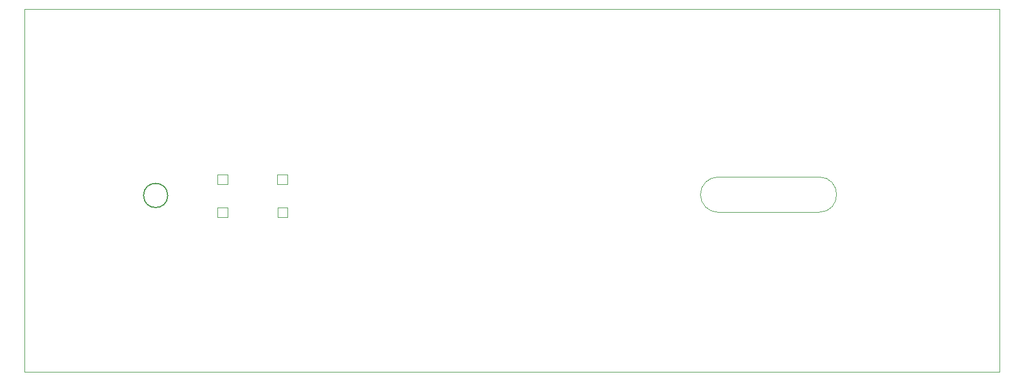
<source format=gbr>
%TF.GenerationSoftware,KiCad,Pcbnew,8.0.1*%
%TF.CreationDate,2025-07-26T13:45:32+02:00*%
%TF.ProjectId,SVX_Node_Case_front,5356585f-4e6f-4646-955f-436173655f66,rev?*%
%TF.SameCoordinates,Original*%
%TF.FileFunction,Profile,NP*%
%FSLAX46Y46*%
G04 Gerber Fmt 4.6, Leading zero omitted, Abs format (unit mm)*
G04 Created by KiCad (PCBNEW 8.0.1) date 2025-07-26 13:45:32*
%MOMM*%
%LPD*%
G01*
G04 APERTURE LIST*
%TA.AperFunction,Profile*%
%ADD10C,0.050000*%
%TD*%
%TA.AperFunction,Profile*%
%ADD11C,0.200000*%
%TD*%
G04 APERTURE END LIST*
D10*
X103220000Y-93570000D02*
X104720000Y-93570000D01*
X104720000Y-94970000D01*
X103220000Y-94970000D01*
X103220000Y-93570000D01*
X112120000Y-88660000D02*
X113620000Y-88660000D01*
X113620000Y-90060000D01*
X112120000Y-90060000D01*
X112120000Y-88660000D01*
X112130000Y-93570000D02*
X113630000Y-93570000D01*
X113630000Y-94970000D01*
X112130000Y-94970000D01*
X112130000Y-93570000D01*
X177659027Y-89000000D02*
X192659027Y-89000000D01*
D11*
X95800000Y-91750000D02*
G75*
G02*
X92200000Y-91750000I-1800000J0D01*
G01*
X92200000Y-91750000D02*
G75*
G02*
X95800000Y-91750000I1800000J0D01*
G01*
D10*
X192659027Y-89000000D02*
G75*
G02*
X192659027Y-94250000I-27J-2625000D01*
G01*
X74500000Y-64000000D02*
X219500000Y-64000000D01*
X219500000Y-118000000D01*
X74500000Y-118000000D01*
X74500000Y-64000000D01*
X103210000Y-88660000D02*
X104710000Y-88660000D01*
X104710000Y-90060000D01*
X103210000Y-90060000D01*
X103210000Y-88660000D01*
X177659027Y-94250000D02*
G75*
G02*
X177659027Y-89000000I-27J2625000D01*
G01*
X177659027Y-94250000D02*
X192659027Y-94250000D01*
M02*

</source>
